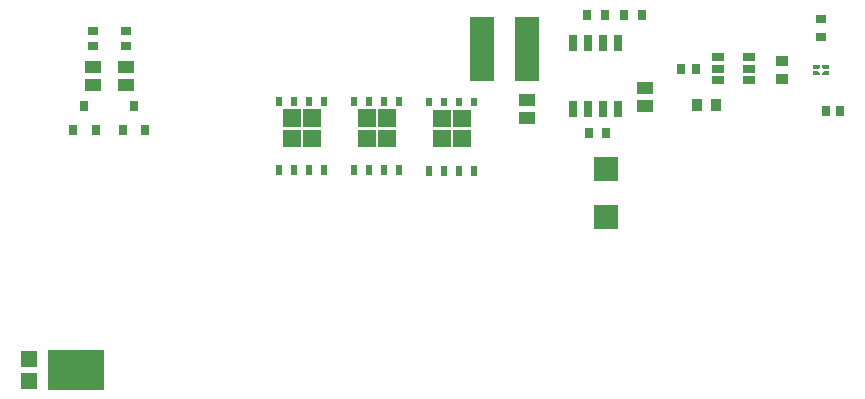
<source format=gbr>
%TF.GenerationSoftware,Altium Limited,Altium Designer,23.4.1 (23)*%
G04 Layer_Color=8421504*
%FSLAX45Y45*%
%MOMM*%
%TF.SameCoordinates,D7948EBF-BAFE-4555-BCF9-67E6E8CB6B5E*%
%TF.FilePolarity,Positive*%
%TF.FileFunction,Paste,Top*%
%TF.Part,Single*%
G01*
G75*
%TA.AperFunction,SMDPad,CuDef*%
%ADD10R,2.00000X2.00000*%
%ADD11R,2.15000X5.50000*%
%ADD12R,0.50000X0.85001*%
%ADD13R,0.60000X0.80000*%
%ADD14R,0.70000X0.90000*%
%ADD15R,1.40000X1.10000*%
%ADD16R,0.65000X1.45000*%
%ADD17R,4.86000X3.36000*%
%ADD20R,0.80000X0.90000*%
%ADD21R,0.90000X0.70000*%
%ADD22R,0.75000X0.90000*%
%ADD23R,1.00000X0.90000*%
G04:AMPARAMS|DCode=24|XSize=1.1mm|YSize=0.6mm|CornerRadius=0.051mm|HoleSize=0mm|Usage=FLASHONLY|Rotation=180.000|XOffset=0mm|YOffset=0mm|HoleType=Round|Shape=RoundedRectangle|*
%AMROUNDEDRECTD24*
21,1,1.10000,0.49800,0,0,180.0*
21,1,0.99800,0.60000,0,0,180.0*
1,1,0.10200,-0.49900,0.24900*
1,1,0.10200,0.49900,0.24900*
1,1,0.10200,0.49900,-0.24900*
1,1,0.10200,-0.49900,-0.24900*
%
%ADD24ROUNDEDRECTD24*%
%ADD25R,0.95000X0.80000*%
%ADD26R,1.40000X1.39000*%
%ADD27R,0.90000X1.00000*%
G36*
X10583037Y7985600D02*
X10539742D01*
X10525600Y7999742D01*
Y8013827D01*
X10583037D01*
Y7985600D01*
D02*
G37*
G36*
X10505600Y7999742D02*
X10491458Y7985600D01*
X10448163D01*
Y8013827D01*
X10505600D01*
Y7999742D01*
D02*
G37*
G36*
X10583037Y7937373D02*
X10525600D01*
Y7951458D01*
X10539742Y7965600D01*
X10583037D01*
Y7937373D01*
D02*
G37*
G36*
X10505600Y7951458D02*
Y7937373D01*
X10448163D01*
Y7965600D01*
X10491458D01*
X10505600Y7951458D01*
D02*
G37*
G36*
X6971900Y7669749D02*
X6921900D01*
Y7744751D01*
X6971900D01*
Y7669749D01*
D02*
G37*
G36*
X6844900D02*
X6794900D01*
Y7744751D01*
X6844900D01*
Y7669749D01*
D02*
G37*
G36*
X6717900D02*
X6667900D01*
Y7744751D01*
X6717900D01*
Y7669749D01*
D02*
G37*
G36*
X6590900D02*
X6540900D01*
Y7744751D01*
X6590900D01*
Y7669749D01*
D02*
G37*
G36*
X6336900Y7669399D02*
X6286900D01*
Y7744401D01*
X6336900D01*
Y7669399D01*
D02*
G37*
G36*
X6209900D02*
X6159900D01*
Y7744401D01*
X6209900D01*
Y7669399D01*
D02*
G37*
G36*
X6082900D02*
X6032900D01*
Y7744401D01*
X6082900D01*
Y7669399D01*
D02*
G37*
G36*
X5955900D02*
X5905900D01*
Y7744401D01*
X5955900D01*
Y7669399D01*
D02*
G37*
G36*
X7606900Y7667600D02*
X7556900D01*
Y7742601D01*
X7606900D01*
Y7667600D01*
D02*
G37*
G36*
X7479900D02*
X7429900D01*
Y7742601D01*
X7479900D01*
Y7667600D01*
D02*
G37*
G36*
X7352900D02*
X7302900D01*
Y7742601D01*
X7352900D01*
Y7667600D01*
D02*
G37*
G36*
X7225900D02*
X7175900D01*
Y7742601D01*
X7225900D01*
Y7667600D01*
D02*
G37*
G36*
X6916400Y7491800D02*
X6766400D01*
Y7641800D01*
X6916400D01*
Y7491800D01*
D02*
G37*
G36*
X6746400D02*
X6596400D01*
Y7641800D01*
X6746400D01*
Y7491800D01*
D02*
G37*
G36*
X6281400Y7491450D02*
X6131400D01*
Y7641450D01*
X6281400D01*
Y7491450D01*
D02*
G37*
G36*
X6111400D02*
X5961400D01*
Y7641450D01*
X6111400D01*
Y7491450D01*
D02*
G37*
G36*
X7551400Y7489650D02*
X7401400D01*
Y7639650D01*
X7551400D01*
Y7489650D01*
D02*
G37*
G36*
X7381400D02*
X7231400D01*
Y7639650D01*
X7381400D01*
Y7489650D01*
D02*
G37*
G36*
X6916400Y7321800D02*
X6766400D01*
Y7471800D01*
X6916400D01*
Y7321800D01*
D02*
G37*
G36*
X6746400D02*
X6596400D01*
Y7471800D01*
X6746400D01*
Y7321800D01*
D02*
G37*
G36*
X6281400Y7321450D02*
X6131400D01*
Y7471450D01*
X6281400D01*
Y7321450D01*
D02*
G37*
G36*
X6111400D02*
X5961400D01*
Y7471450D01*
X6111400D01*
Y7321450D01*
D02*
G37*
G36*
X7551400Y7319650D02*
X7401400D01*
Y7469650D01*
X7551400D01*
Y7319650D01*
D02*
G37*
G36*
X7381400D02*
X7231400D01*
Y7469650D01*
X7381400D01*
Y7319650D01*
D02*
G37*
G36*
X6966900Y7088849D02*
X6926900D01*
Y7163851D01*
X6966900D01*
Y7088849D01*
D02*
G37*
G36*
X6839900D02*
X6799900D01*
Y7163851D01*
X6839900D01*
Y7088849D01*
D02*
G37*
G36*
X6712900D02*
X6672900D01*
Y7163851D01*
X6712900D01*
Y7088849D01*
D02*
G37*
G36*
X6585900D02*
X6545900D01*
Y7163851D01*
X6585900D01*
Y7088849D01*
D02*
G37*
G36*
X6331900Y7088499D02*
X6291900D01*
Y7163501D01*
X6331900D01*
Y7088499D01*
D02*
G37*
G36*
X6204900D02*
X6164900D01*
Y7163501D01*
X6204900D01*
Y7088499D01*
D02*
G37*
G36*
X6077900D02*
X6037900D01*
Y7163501D01*
X6077900D01*
Y7088499D01*
D02*
G37*
G36*
X5950900D02*
X5910900D01*
Y7163501D01*
X5950900D01*
Y7088499D01*
D02*
G37*
G36*
X7601900Y7086700D02*
X7561900D01*
Y7161701D01*
X7601900D01*
Y7086700D01*
D02*
G37*
G36*
X7474900D02*
X7434900D01*
Y7161701D01*
X7474900D01*
Y7086700D01*
D02*
G37*
G36*
X7347900D02*
X7307900D01*
Y7161701D01*
X7347900D01*
Y7086700D01*
D02*
G37*
G36*
X7220900D02*
X7180900D01*
Y7161701D01*
X7220900D01*
Y7086700D01*
D02*
G37*
D10*
X8699500Y7134200D02*
D03*
Y6734200D02*
D03*
D11*
X8028400Y8153400D02*
D03*
X7643400D02*
D03*
D12*
X6311900Y7126500D02*
D03*
X6184900D02*
D03*
X6057900D02*
D03*
X5930900D02*
D03*
X7200900Y7124700D02*
D03*
X7327900D02*
D03*
X7454900D02*
D03*
X6565900Y7126850D02*
D03*
X6692900D02*
D03*
X6819900D02*
D03*
X6946900D02*
D03*
X7581900Y7124700D02*
D03*
D13*
X5930900Y7708900D02*
D03*
X6057900D02*
D03*
X6184900D02*
D03*
X6311900D02*
D03*
X6946900Y7709250D02*
D03*
X6819900D02*
D03*
X6692900D02*
D03*
X6565900D02*
D03*
X7581900Y7707100D02*
D03*
X7454900D02*
D03*
X7327900D02*
D03*
X7200900D02*
D03*
D14*
X8685600Y8445500D02*
D03*
X8535600D02*
D03*
X8698300Y7442200D02*
D03*
X8548300D02*
D03*
X8851900Y8445500D02*
D03*
X9001900D02*
D03*
D15*
X8026400Y7720400D02*
D03*
X9029700Y7822000D02*
D03*
X4353000Y7848200D02*
D03*
Y7998200D02*
D03*
X4635500Y7849800D02*
D03*
Y7999800D02*
D03*
X9029700Y7672000D02*
D03*
X8026400Y7570400D02*
D03*
D16*
X8674100Y7647300D02*
D03*
X8420100D02*
D03*
X8547100Y8202300D02*
D03*
X8801100D02*
D03*
X8674100D02*
D03*
X8420100D02*
D03*
X8547100Y7647300D02*
D03*
X8801100D02*
D03*
D17*
X4208200Y5438700D02*
D03*
D20*
X4604000Y7470800D02*
D03*
X4794000D02*
D03*
X4699000Y7670800D02*
D03*
X4184900Y7469200D02*
D03*
X4374900D02*
D03*
X4279900Y7669200D02*
D03*
D21*
X10515600Y8406200D02*
D03*
Y8256200D02*
D03*
D22*
X10677200Y7632700D02*
D03*
X10557200D02*
D03*
X9334900Y7986700D02*
D03*
X9454900D02*
D03*
D23*
X10185400Y8055600D02*
D03*
Y7895600D02*
D03*
D24*
X9645900Y7891700D02*
D03*
Y7986700D02*
D03*
Y8081700D02*
D03*
X9905900D02*
D03*
Y7986700D02*
D03*
Y7891700D02*
D03*
D25*
X4356100Y8179800D02*
D03*
Y8304800D02*
D03*
X4635500D02*
D03*
Y8179800D02*
D03*
D26*
X3810000Y5530700D02*
D03*
Y5346700D02*
D03*
D27*
X9627300Y7681900D02*
D03*
X9467300D02*
D03*
%TF.MD5,0b4f5261ddcbab3e9f048fb966a599db*%
M02*

</source>
